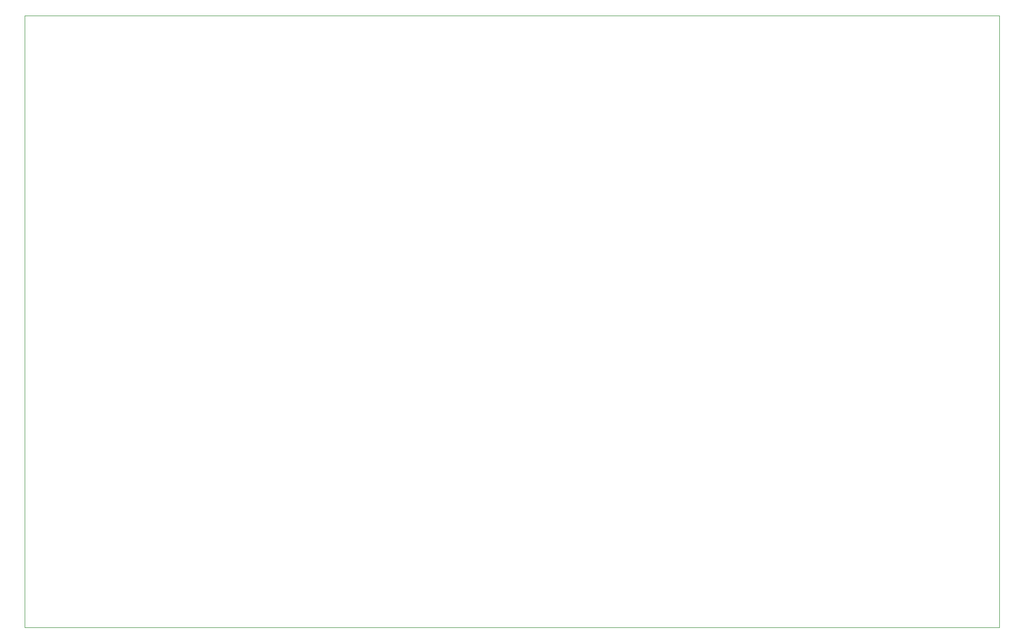
<source format=gm1>
G04 #@! TF.GenerationSoftware,KiCad,Pcbnew,7.0.9*
G04 #@! TF.CreationDate,2024-10-14T21:56:29+02:00*
G04 #@! TF.ProjectId,unister,756e6973-7465-4722-9e6b-696361645f70,rev?*
G04 #@! TF.SameCoordinates,Original*
G04 #@! TF.FileFunction,Profile,NP*
%FSLAX46Y46*%
G04 Gerber Fmt 4.6, Leading zero omitted, Abs format (unit mm)*
G04 Created by KiCad (PCBNEW 7.0.9) date 2024-10-14 21:56:29*
%MOMM*%
%LPD*%
G01*
G04 APERTURE LIST*
G04 #@! TA.AperFunction,Profile*
%ADD10C,0.100000*%
G04 #@! TD*
G04 APERTURE END LIST*
D10*
X60960000Y-43180000D02*
X224790000Y-43180000D01*
X224790000Y-146050000D01*
X60960000Y-146050000D01*
X60960000Y-43180000D01*
M02*

</source>
